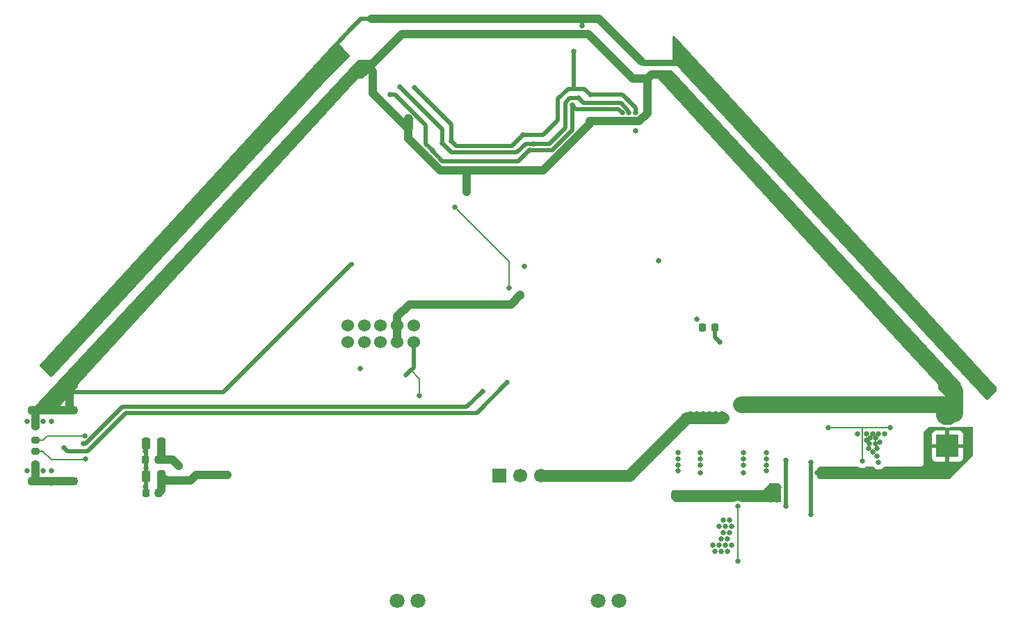
<source format=gbr>
%TF.GenerationSoftware,KiCad,Pcbnew,8.0.1*%
%TF.CreationDate,2024-07-21T18:11:55+02:00*%
%TF.ProjectId,LineFollower_V2,4c696e65-466f-46c6-9c6f-7765725f5632,rev?*%
%TF.SameCoordinates,Original*%
%TF.FileFunction,Copper,L4,Bot*%
%TF.FilePolarity,Positive*%
%FSLAX46Y46*%
G04 Gerber Fmt 4.6, Leading zero omitted, Abs format (unit mm)*
G04 Created by KiCad (PCBNEW 8.0.1) date 2024-07-21 18:11:55*
%MOMM*%
%LPD*%
G01*
G04 APERTURE LIST*
G04 Aperture macros list*
%AMRoundRect*
0 Rectangle with rounded corners*
0 $1 Rounding radius*
0 $2 $3 $4 $5 $6 $7 $8 $9 X,Y pos of 4 corners*
0 Add a 4 corners polygon primitive as box body*
4,1,4,$2,$3,$4,$5,$6,$7,$8,$9,$2,$3,0*
0 Add four circle primitives for the rounded corners*
1,1,$1+$1,$2,$3*
1,1,$1+$1,$4,$5*
1,1,$1+$1,$6,$7*
1,1,$1+$1,$8,$9*
0 Add four rect primitives between the rounded corners*
20,1,$1+$1,$2,$3,$4,$5,0*
20,1,$1+$1,$4,$5,$6,$7,0*
20,1,$1+$1,$6,$7,$8,$9,0*
20,1,$1+$1,$8,$9,$2,$3,0*%
G04 Aperture macros list end*
%TA.AperFunction,ComponentPad*%
%ADD10C,1.524000*%
%TD*%
%TA.AperFunction,ComponentPad*%
%ADD11C,1.800000*%
%TD*%
%TA.AperFunction,ComponentPad*%
%ADD12C,1.700000*%
%TD*%
%TA.AperFunction,ComponentPad*%
%ADD13R,1.700000X1.700000*%
%TD*%
%TA.AperFunction,ComponentPad*%
%ADD14O,1.800000X1.100000*%
%TD*%
%TA.AperFunction,ComponentPad*%
%ADD15O,2.100000X1.100000*%
%TD*%
%TA.AperFunction,ComponentPad*%
%ADD16C,2.800000*%
%TD*%
%TA.AperFunction,ComponentPad*%
%ADD17R,2.800000X2.800000*%
%TD*%
%TA.AperFunction,SMDPad,CuDef*%
%ADD18RoundRect,0.225000X0.225000X0.250000X-0.225000X0.250000X-0.225000X-0.250000X0.225000X-0.250000X0*%
%TD*%
%TA.AperFunction,SMDPad,CuDef*%
%ADD19RoundRect,0.200000X0.275000X-0.200000X0.275000X0.200000X-0.275000X0.200000X-0.275000X-0.200000X0*%
%TD*%
%TA.AperFunction,SMDPad,CuDef*%
%ADD20RoundRect,0.225000X-0.225000X-0.250000X0.225000X-0.250000X0.225000X0.250000X-0.225000X0.250000X0*%
%TD*%
%TA.AperFunction,SMDPad,CuDef*%
%ADD21RoundRect,0.200000X-0.275000X0.200000X-0.275000X-0.200000X0.275000X-0.200000X0.275000X0.200000X0*%
%TD*%
%TA.AperFunction,SMDPad,CuDef*%
%ADD22RoundRect,0.250000X0.250000X0.475000X-0.250000X0.475000X-0.250000X-0.475000X0.250000X-0.475000X0*%
%TD*%
%TA.AperFunction,ViaPad*%
%ADD23C,0.650000*%
%TD*%
%TA.AperFunction,ViaPad*%
%ADD24C,0.600000*%
%TD*%
%TA.AperFunction,Conductor*%
%ADD25C,1.000000*%
%TD*%
%TA.AperFunction,Conductor*%
%ADD26C,0.200000*%
%TD*%
%TA.AperFunction,Conductor*%
%ADD27C,2.000000*%
%TD*%
%TA.AperFunction,Conductor*%
%ADD28C,0.500000*%
%TD*%
%TA.AperFunction,Conductor*%
%ADD29C,1.400000*%
%TD*%
%TA.AperFunction,Conductor*%
%ADD30C,0.800000*%
%TD*%
G04 APERTURE END LIST*
D10*
%TO.P,U2,10,10*%
%TO.N,GND*%
X130502500Y-69000000D03*
%TO.P,U2,9,9*%
X130502500Y-70999000D03*
%TO.P,U2,8,8*%
%TO.N,3V3*%
X128498000Y-69000000D03*
%TO.P,U2,7,7*%
X128498000Y-70999000D03*
%TO.P,U2,6,6*%
%TO.N,SDA_R*%
X126499000Y-69000000D03*
%TO.P,U2,5,5*%
%TO.N,SCL_R*%
X126499000Y-70999000D03*
%TO.P,U2,4,4*%
%TO.N,SDA_L*%
X124500000Y-69000000D03*
%TO.P,U2,3,3*%
%TO.N,SCL_L*%
X124500000Y-70999000D03*
%TO.P,U2,2,2*%
%TO.N,unconnected-(U2-Pad2)*%
X122498500Y-69000000D03*
%TO.P,U2,1,1*%
%TO.N,unconnected-(U2-Pad1)*%
X122498500Y-70999000D03*
%TD*%
D11*
%TO.P,CN1,2,2*%
%TO.N,I_SENS_1_OUT*%
X128480000Y-102500000D03*
%TO.P,CN1,1,1*%
%TO.N,Net-(IC13-OUT2)*%
X131020000Y-102500000D03*
%TD*%
D12*
%TO.P,H1,3,3*%
%TO.N,3V3_SWITCHING_OUT*%
X146040000Y-87250000D03*
%TO.P,H1,2,2*%
%TO.N,3V3*%
X143500000Y-87250000D03*
D13*
%TO.P,H1,1,1*%
%TO.N,3V3_LDO_OUT*%
X140960000Y-87250000D03*
%TD*%
D14*
%TO.P,USB1,1,EH*%
%TO.N,GND*%
X84409250Y-87972499D03*
D15*
X88589250Y-87972499D03*
D14*
X84409250Y-79332499D03*
D15*
X88589250Y-79332499D03*
%TD*%
D16*
%TO.P,U1,2,2*%
%TO.N,GND*%
X195500000Y-79700000D03*
D17*
%TO.P,U1,1,1*%
%TO.N,VCC*%
X195500000Y-83660000D03*
%TD*%
D11*
%TO.P,CN2,2,2*%
%TO.N,I_SENS_2_OUT*%
X152980000Y-102500000D03*
%TO.P,CN2,1,1*%
%TO.N,Net-(IC14-OUT2)*%
X155520000Y-102500000D03*
%TD*%
D18*
%TO.P,C4,2,2*%
%TO.N,GND*%
X97946500Y-89383499D03*
%TO.P,C4,1,1*%
%TO.N,3V3_LDO_OUT*%
X99496500Y-89383499D03*
%TD*%
D19*
%TO.P,R1,2,2*%
%TO.N,Net-(USB1-CC2)*%
X84446500Y-84287499D03*
%TO.P,R1,1,1*%
%TO.N,GND*%
X84446500Y-85937499D03*
%TD*%
D20*
%TO.P,C7,2,2*%
%TO.N,ESP_BOOT0*%
X167200000Y-69200000D03*
%TO.P,C7,1,1*%
%TO.N,GND*%
X165650000Y-69200000D03*
%TD*%
D18*
%TO.P,C2,2,2*%
%TO.N,GND*%
X97875000Y-85325000D03*
%TO.P,C2,1,1*%
%TO.N,USB_VBUS*%
X99425000Y-85325000D03*
%TD*%
D21*
%TO.P,R2,2,2*%
%TO.N,Net-(USB1-CC1)*%
X84446500Y-82937499D03*
%TO.P,R2,1,1*%
%TO.N,GND*%
X84446500Y-81287499D03*
%TD*%
D22*
%TO.P,C1,2,2*%
%TO.N,GND*%
X97925000Y-83325000D03*
%TO.P,C1,1,1*%
%TO.N,USB_VBUS*%
X99825000Y-83325000D03*
%TD*%
%TO.P,C3,2,2*%
%TO.N,GND*%
X97925000Y-87325000D03*
%TO.P,C3,1,1*%
%TO.N,3V3_LDO_OUT*%
X99825000Y-87325000D03*
%TD*%
D23*
%TO.N,GND*%
X160299613Y-61100387D03*
X124000000Y-74250000D03*
D24*
%TO.N,USB_VBUS*%
X101375000Y-85575000D03*
D23*
X101875000Y-86075000D03*
X101375000Y-85575000D03*
%TO.N,GND*%
X91000000Y-73400000D03*
X129900000Y-43700000D03*
X187250000Y-66750000D03*
X105800000Y-57600000D03*
X186755000Y-82667500D03*
X173450000Y-84450000D03*
X173450000Y-86700000D03*
X97946500Y-86358499D03*
X170700000Y-85200000D03*
X84446500Y-80652499D03*
X166950000Y-95700000D03*
X140750000Y-33500000D03*
X162700000Y-85950000D03*
X187130000Y-85667500D03*
X185630000Y-82167500D03*
X83446500Y-80652499D03*
X165450000Y-85200000D03*
X168450000Y-95700000D03*
X186380000Y-84417500D03*
X170700000Y-85950000D03*
X168200000Y-92700000D03*
X168950000Y-94200000D03*
X165450000Y-85950000D03*
X167700000Y-93450000D03*
X186880000Y-84917500D03*
X97875000Y-84325000D03*
X97875000Y-88575000D03*
X120400000Y-41800000D03*
X167200000Y-96450000D03*
X170700000Y-84450000D03*
X168700000Y-96450000D03*
X165450000Y-84450000D03*
X162700000Y-85200000D03*
X185980000Y-83346602D03*
X186710225Y-83346602D03*
X165000000Y-43000000D03*
X86446500Y-86652499D03*
X162700000Y-84450000D03*
X145250000Y-33500000D03*
X186380000Y-82167500D03*
X172250000Y-50750000D03*
X137000000Y-52700000D03*
X184541320Y-82184975D03*
X86446500Y-88152499D03*
X186054997Y-82667500D03*
D24*
X122958966Y-61558966D03*
D23*
X98400000Y-65400000D03*
X85446500Y-80652499D03*
X179750000Y-58750000D03*
X86446500Y-79152499D03*
X173450000Y-85200000D03*
X86446500Y-80652499D03*
X187130000Y-82167500D03*
X134600000Y-50100000D03*
X169200000Y-93450000D03*
X187880000Y-82167500D03*
X167950000Y-94950000D03*
X167700000Y-95700000D03*
X168200000Y-94200000D03*
X162700000Y-86700000D03*
X185880000Y-83917500D03*
X147067500Y-49475000D03*
X113200000Y-49800000D03*
X186880000Y-83917500D03*
X168950000Y-92700000D03*
X169200000Y-95700000D03*
X136250000Y-33500000D03*
X151750000Y-33500000D03*
X194250000Y-74500000D03*
X187255000Y-83167500D03*
X185630000Y-82917500D03*
X165450000Y-86950000D03*
X170700000Y-86950000D03*
X131250000Y-77500000D03*
X151950000Y-44050000D03*
X168450000Y-93450000D03*
X84446500Y-86652499D03*
X167950000Y-96450000D03*
X83446500Y-86652499D03*
X168700000Y-94950000D03*
X173450000Y-85950000D03*
X165000000Y-68200000D03*
X85446500Y-86652499D03*
%TO.N,3V3*%
X135100000Y-46500000D03*
X144000000Y-61813500D03*
X130600000Y-40000000D03*
X150000000Y-35600000D03*
X152000000Y-40900000D03*
X157500006Y-43100000D03*
X157500000Y-45300000D03*
X143800000Y-45800000D03*
%TO.N,ESP_BOOT0*%
X167750000Y-71000000D03*
%TO.N,VCC*%
X192880000Y-86917500D03*
X163950000Y-89675000D03*
X181130000Y-86917500D03*
X183630000Y-86917500D03*
X173950000Y-89450000D03*
X180380000Y-86917500D03*
X174950000Y-88700000D03*
X174200000Y-88700000D03*
X193380000Y-86917500D03*
X171450000Y-89950000D03*
X174700000Y-90200000D03*
X174700000Y-89450000D03*
X173950000Y-90200000D03*
X163200000Y-89700000D03*
X162400000Y-89700000D03*
X192380000Y-86917500D03*
X190380000Y-86917500D03*
X164950000Y-89700000D03*
X179630000Y-86917500D03*
%TO.N,3V3_SWITCHING_OUT*%
X168000000Y-79750000D03*
X167250000Y-79750000D03*
X167000000Y-80500000D03*
X164250000Y-79750000D03*
X166500000Y-79750000D03*
X165000000Y-79750000D03*
X175800000Y-91000000D03*
X164750000Y-80500000D03*
X165750000Y-79750000D03*
X166250000Y-80500000D03*
X167750000Y-80500000D03*
X165500000Y-80500000D03*
X175800000Y-85400000D03*
%TO.N,+5V*%
X178880000Y-85667500D03*
X94600000Y-64600000D03*
X109200000Y-48800000D03*
X199089968Y-75738187D03*
X180800000Y-55200000D03*
X188200000Y-63200000D03*
X116600000Y-41000000D03*
X166000000Y-39400000D03*
X195200000Y-70800000D03*
X200600001Y-76600000D03*
X151000000Y-32500000D03*
X200005212Y-76969094D03*
X199625890Y-76274110D03*
X87400000Y-72200000D03*
X102000000Y-56600000D03*
X178880000Y-92000000D03*
X173400000Y-47200000D03*
%TO.N,PG_3V3*%
X169950000Y-90950000D03*
X169950000Y-97700000D03*
%TO.N,PG_5V*%
X181005000Y-81417500D03*
X185130000Y-85517500D03*
X188505000Y-81417500D03*
%TO.N,CLK_Shift*%
X132787280Y-47761250D03*
X149800000Y-42100000D03*
X127670858Y-40829142D03*
X144700000Y-47600000D03*
X155900000Y-43100000D03*
%TO.N,LOAD_Shift*%
X156700003Y-43100000D03*
X128800000Y-39900000D03*
X145100000Y-46900000D03*
X134000000Y-46800000D03*
X150600000Y-41300000D03*
%TO.N,Shift_DATA*%
X135500000Y-54600000D03*
X142100000Y-64400000D03*
%TO.N,Net-(USB1-CC2)*%
X90596500Y-85252499D03*
%TO.N,Net-(USB1-CC1)*%
X90446500Y-82452499D03*
%TO.N,USB_D-*%
X90313750Y-83352499D03*
X138900000Y-77000000D03*
%TO.N,USB_D+*%
X141900000Y-75900000D03*
X87946500Y-83902499D03*
%TD*%
D25*
%TO.N,USB_VBUS*%
X99825000Y-83325000D02*
X99825000Y-84925000D01*
X99425000Y-85325000D02*
X101125000Y-85325000D01*
X99825000Y-84925000D02*
X99425000Y-85325000D01*
X101125000Y-85325000D02*
X101375000Y-85575000D01*
X101375000Y-85575000D02*
X101875000Y-86075000D01*
D26*
%TO.N,GND*%
X160299613Y-61100387D02*
X160453836Y-61100387D01*
D27*
X170400000Y-78600000D02*
X195300000Y-78600000D01*
D25*
X84409250Y-87972499D02*
X86266500Y-87972499D01*
X134600000Y-50100000D02*
X137000000Y-50100000D01*
D28*
X97946500Y-86553500D02*
X97900000Y-86600000D01*
D25*
X125500000Y-40700000D02*
X129828249Y-45028249D01*
X129828249Y-45028249D02*
X129828249Y-46216433D01*
D28*
X97946500Y-86358499D02*
X97946500Y-86553500D01*
D25*
X158982676Y-43117324D02*
X158982676Y-38917324D01*
X129900000Y-43843502D02*
X129828249Y-43771751D01*
X86266500Y-79332499D02*
X84409250Y-79332499D01*
X151950000Y-44050000D02*
X152000000Y-44100000D01*
D28*
X97946500Y-84358499D02*
X97946500Y-83346500D01*
D25*
X124900000Y-37500000D02*
X125500000Y-38100000D01*
X146243502Y-50100000D02*
X151950000Y-44393502D01*
D28*
X97946500Y-86358499D02*
X97946500Y-84408499D01*
X129500000Y-75100000D02*
X130175000Y-74425000D01*
D25*
X86626500Y-87972499D02*
X88589250Y-87972499D01*
X152000000Y-44100000D02*
X158000000Y-44100000D01*
X151750000Y-33500000D02*
X129090520Y-33500000D01*
D26*
X131250000Y-75500000D02*
X130175000Y-74425000D01*
D28*
X97900000Y-86550000D02*
X97946500Y-86503500D01*
D25*
X129090520Y-33500000D02*
X124400000Y-38190520D01*
D26*
X131250000Y-77500000D02*
X131250000Y-75500000D01*
D25*
X84446500Y-79369749D02*
X84409250Y-79332499D01*
D28*
X97900000Y-88550000D02*
X97875000Y-88575000D01*
D25*
X137000000Y-52700000D02*
X137000000Y-50100000D01*
D28*
X122947220Y-61547220D02*
X122958966Y-61558966D01*
D25*
X125500000Y-38100000D02*
X125500000Y-40700000D01*
D28*
X97900000Y-89611999D02*
X97921500Y-89633499D01*
D25*
X129828249Y-45028249D02*
X129900000Y-44956498D01*
X88589250Y-77283870D02*
X88736560Y-77136560D01*
D28*
X97875000Y-88575000D02*
X97900000Y-88600000D01*
D25*
X84446500Y-85937499D02*
X84446500Y-86652499D01*
X157167324Y-38917324D02*
X158982676Y-38917324D01*
D28*
X88736560Y-77136560D02*
X107310660Y-77136560D01*
D25*
X158000000Y-44100000D02*
X158982676Y-43117324D01*
D28*
X122947220Y-61500000D02*
X122947220Y-61547220D01*
X97946500Y-89383499D02*
X97946500Y-88658499D01*
D25*
X158982676Y-38917324D02*
X159514390Y-38385610D01*
X133711816Y-50100000D02*
X134600000Y-50100000D01*
D27*
X196400000Y-79700000D02*
X196400000Y-76900000D01*
D25*
X88589250Y-79332499D02*
X86626500Y-79332499D01*
X84446500Y-80652499D02*
X84446500Y-79369749D01*
X129900000Y-44956498D02*
X129900000Y-43843502D01*
X137000000Y-50100000D02*
X146243502Y-50100000D01*
D28*
X97900000Y-84300000D02*
X97875000Y-84325000D01*
D25*
X86626500Y-79332499D02*
X86446500Y-79152499D01*
D28*
X97946500Y-88608499D02*
X97946500Y-86408499D01*
D25*
X151750000Y-33500000D02*
X157167324Y-38917324D01*
X151950000Y-44393502D02*
X151950000Y-44050000D01*
X129828249Y-46216433D02*
X133711816Y-50100000D01*
D28*
X130502500Y-74097500D02*
X130502500Y-70999000D01*
D25*
X88589250Y-79332499D02*
X88589250Y-77283870D01*
X86446500Y-79152499D02*
X86266500Y-79332499D01*
D27*
X195300000Y-78600000D02*
X196400000Y-79700000D01*
D28*
X130175000Y-74425000D02*
X130502500Y-74097500D01*
X107310660Y-77136560D02*
X122947220Y-61500000D01*
D25*
X84446500Y-81287499D02*
X84446500Y-80652499D01*
X159514390Y-38385610D02*
X161085610Y-38385610D01*
D28*
X97946500Y-86503500D02*
X97946500Y-86358499D01*
X97875000Y-84325000D02*
X97900000Y-84350000D01*
D25*
X84446500Y-86652499D02*
X84446500Y-87935249D01*
%TO.N,3V3_LDO_OUT*%
X103333999Y-87865000D02*
X100365000Y-87865000D01*
X100365000Y-87865000D02*
X99825000Y-87325000D01*
X99825000Y-87325000D02*
X99825000Y-89054999D01*
X107802499Y-87142499D02*
X104056500Y-87142499D01*
X104056500Y-87142499D02*
X103333999Y-87865000D01*
X99825000Y-89054999D02*
X99496500Y-89383499D01*
D28*
%TO.N,3V3*%
X146300000Y-45800000D02*
X148100000Y-44000000D01*
D25*
X143500000Y-65250000D02*
X143525000Y-65275000D01*
D28*
X148100000Y-41400000D02*
X149300000Y-40200000D01*
X157500006Y-43100000D02*
X157500006Y-42439345D01*
D25*
X130000000Y-66400000D02*
X128498000Y-67902000D01*
X143525000Y-65275000D02*
X142400000Y-66400000D01*
D28*
X135100000Y-44500000D02*
X135100000Y-46500000D01*
D25*
X143500000Y-65300000D02*
X143525000Y-65275000D01*
D28*
X135700000Y-47100000D02*
X142500000Y-47100000D01*
X149300000Y-40200000D02*
X150000000Y-40200000D01*
X148100000Y-44000000D02*
X148100000Y-41400000D01*
X151300000Y-40200000D02*
X152000000Y-40900000D01*
X130600000Y-40000000D02*
X135100000Y-44500000D01*
X150000000Y-40200000D02*
X151300000Y-40200000D01*
D25*
X142400000Y-66400000D02*
X130000000Y-66400000D01*
D28*
X135100000Y-46500000D02*
X135700000Y-47100000D01*
X143800000Y-45800000D02*
X146300000Y-45800000D01*
X150000000Y-40200000D02*
X150000000Y-35600000D01*
X157500006Y-42439345D02*
X155960661Y-40900000D01*
X142500000Y-47100000D02*
X143800000Y-45800000D01*
D25*
X128498000Y-67902000D02*
X128498000Y-70999000D01*
D28*
X155960661Y-40900000D02*
X152000000Y-40900000D01*
%TO.N,ESP_BOOT0*%
X167200000Y-70450000D02*
X167750000Y-71000000D01*
X167200000Y-69200000D02*
X167200000Y-70450000D01*
D29*
%TO.N,3V3_SWITCHING_OUT*%
X156750000Y-87250000D02*
X163750000Y-80250000D01*
D28*
X175800000Y-85400000D02*
X175800000Y-91000000D01*
D29*
X163750000Y-80250000D02*
X168250000Y-80250000D01*
X146040000Y-87250000D02*
X156750000Y-87250000D01*
D25*
%TO.N,+5V*%
X158250000Y-36835972D02*
X153014028Y-31600000D01*
D28*
X151000000Y-31600000D02*
X151000000Y-32500000D01*
D25*
X151000000Y-31600000D02*
X125400000Y-31600000D01*
D28*
X124009904Y-31707191D02*
X122851544Y-32865551D01*
X178880000Y-92000000D02*
X178880000Y-85667500D01*
D30*
X158414028Y-37000000D02*
X162800000Y-37000000D01*
X162800000Y-37000000D02*
X162964028Y-36835972D01*
D28*
X124009904Y-31600000D02*
X124009904Y-31707191D01*
X125400000Y-31600000D02*
X124009904Y-31600000D01*
D30*
X158250000Y-36835972D02*
X158414028Y-37000000D01*
D28*
X122851544Y-32865551D02*
X120662478Y-35257187D01*
D25*
X153014028Y-31600000D02*
X151000000Y-31600000D01*
D28*
X120662478Y-35257187D02*
X120662477Y-35257188D01*
D26*
%TO.N,PG_3V3*%
X169950000Y-97700000D02*
X169950000Y-90950000D01*
%TO.N,PG_5V*%
X188505000Y-81417500D02*
X181005000Y-81417500D01*
X185130000Y-85517500D02*
X185130000Y-82444824D01*
X185130000Y-81925126D02*
X185130000Y-81417500D01*
X185141320Y-81936446D02*
X185130000Y-81925126D01*
X185130000Y-82444824D02*
X185141320Y-82433504D01*
X185141320Y-82433504D02*
X185141320Y-81936446D01*
X185130000Y-81417500D02*
X185380000Y-81417500D01*
D28*
%TO.N,CLK_Shift*%
X132000000Y-44600000D02*
X132000000Y-46860661D01*
X132787280Y-47647941D02*
X132787280Y-47761250D01*
X155400000Y-42600000D02*
X155900000Y-43100000D01*
X134026030Y-49000000D02*
X143200000Y-49000000D01*
X149800000Y-42100000D02*
X150300000Y-42600000D01*
X147350000Y-47650000D02*
X149800000Y-45200000D01*
X150300000Y-42600000D02*
X155400000Y-42600000D01*
X144550000Y-47650000D02*
X147350000Y-47650000D01*
X132000000Y-46860661D02*
X132787280Y-47647941D01*
X127670858Y-40829142D02*
X128229142Y-40829142D01*
X149800000Y-45200000D02*
X149800000Y-42100000D01*
X132787280Y-47761250D02*
X134026030Y-49000000D01*
X143200000Y-49000000D02*
X144550000Y-47650000D01*
X128229142Y-40829142D02*
X132000000Y-44600000D01*
%TO.N,LOAD_Shift*%
X151200000Y-41900000D02*
X150600000Y-41300000D01*
X149000000Y-44900000D02*
X149000000Y-41839339D01*
X143100000Y-47900000D02*
X144150000Y-46850000D01*
X156700003Y-43100000D02*
X156650000Y-43049997D01*
X145050000Y-46850000D02*
X145100000Y-46900000D01*
X149000000Y-41839339D02*
X149539339Y-41300000D01*
X134000000Y-46800000D02*
X135100000Y-47900000D01*
X145100000Y-46900000D02*
X147000000Y-46900000D01*
X147000000Y-46900000D02*
X149000000Y-44900000D01*
X156650000Y-43049997D02*
X156650000Y-42789339D01*
X134000000Y-45100000D02*
X134000000Y-46800000D01*
X155760661Y-41900000D02*
X151200000Y-41900000D01*
X135100000Y-47900000D02*
X143100000Y-47900000D01*
X156650000Y-42789339D02*
X155760661Y-41900000D01*
X128800000Y-39900000D02*
X134000000Y-45100000D01*
X144150000Y-46850000D02*
X145050000Y-46850000D01*
X149539339Y-41300000D02*
X150600000Y-41300000D01*
D26*
%TO.N,Shift_DATA*%
X142100000Y-61200000D02*
X142100000Y-64400000D01*
X135500000Y-54600000D02*
X142100000Y-61200000D01*
%TO.N,Net-(USB1-CC2)*%
X90596500Y-85302499D02*
X90546500Y-85352499D01*
X90546500Y-85352499D02*
X86396500Y-85352499D01*
X86396500Y-85352499D02*
X85331500Y-84287499D01*
X90546500Y-85352499D02*
X90446500Y-85352499D01*
X90596500Y-85252499D02*
X90596500Y-85302499D01*
X85331500Y-84287499D02*
X84446500Y-84287499D01*
%TO.N,Net-(USB1-CC1)*%
X85411500Y-82937499D02*
X84446500Y-82937499D01*
X90446500Y-82402499D02*
X90446500Y-82452499D01*
X85946500Y-82402499D02*
X85411500Y-82937499D01*
X90446500Y-82452499D02*
X85946500Y-82402499D01*
D28*
%TO.N,USB_D-*%
X95059660Y-78900000D02*
X137000000Y-78900000D01*
X137000000Y-78900000D02*
X138900000Y-77000000D01*
X90607161Y-83352499D02*
X95059660Y-78900000D01*
X90313750Y-83352499D02*
X90607161Y-83352499D01*
%TO.N,USB_D+*%
X138200000Y-79600000D02*
X141900000Y-75900000D01*
X87946500Y-83902499D02*
X88344001Y-84300000D01*
X88344001Y-84300000D02*
X90800000Y-84300000D01*
X95500000Y-79600000D02*
X138200000Y-79600000D01*
X90800000Y-84300000D02*
X95500000Y-79600000D01*
%TD*%
%TA.AperFunction,Conductor*%
%TO.N,VCC*%
G36*
X194935739Y-81305508D02*
G01*
X195120542Y-81362513D01*
X195372565Y-81400500D01*
X195627435Y-81400500D01*
X195879458Y-81362513D01*
X196064260Y-81305508D01*
X196100810Y-81300000D01*
X198476000Y-81300000D01*
X198543039Y-81319685D01*
X198588794Y-81372489D01*
X198600000Y-81424000D01*
X198600000Y-84748638D01*
X198580315Y-84815677D01*
X198563681Y-84836319D01*
X195736319Y-87663681D01*
X195674996Y-87697166D01*
X195648638Y-87700000D01*
X192283862Y-87700000D01*
X192216823Y-87680315D01*
X192200920Y-87667500D01*
X192200000Y-87667500D01*
X192200000Y-86300000D01*
X192600000Y-85900000D01*
X192600000Y-85107844D01*
X193600000Y-85107844D01*
X193606401Y-85167372D01*
X193606403Y-85167379D01*
X193656645Y-85302086D01*
X193656649Y-85302093D01*
X193742809Y-85417187D01*
X193742812Y-85417190D01*
X193857906Y-85503350D01*
X193857913Y-85503354D01*
X193992620Y-85553596D01*
X193992627Y-85553598D01*
X194052155Y-85559999D01*
X194052172Y-85560000D01*
X195250000Y-85560000D01*
X195250000Y-84527904D01*
X195411358Y-84560000D01*
X195588642Y-84560000D01*
X195750000Y-84527904D01*
X195750000Y-85560000D01*
X196947828Y-85560000D01*
X196947844Y-85559999D01*
X197007372Y-85553598D01*
X197007379Y-85553596D01*
X197142086Y-85503354D01*
X197142093Y-85503350D01*
X197257187Y-85417190D01*
X197257190Y-85417187D01*
X197343350Y-85302093D01*
X197343354Y-85302086D01*
X197393596Y-85167379D01*
X197393598Y-85167372D01*
X197399999Y-85107844D01*
X197400000Y-85107827D01*
X197400000Y-83910000D01*
X196367904Y-83910000D01*
X196400000Y-83748642D01*
X196400000Y-83571358D01*
X196367904Y-83410000D01*
X197400000Y-83410000D01*
X197400000Y-82212172D01*
X197399999Y-82212155D01*
X197393598Y-82152627D01*
X197393596Y-82152620D01*
X197343354Y-82017913D01*
X197343350Y-82017906D01*
X197257190Y-81902812D01*
X197257187Y-81902809D01*
X197142093Y-81816649D01*
X197142086Y-81816645D01*
X197007379Y-81766403D01*
X197007372Y-81766401D01*
X196947844Y-81760000D01*
X195750000Y-81760000D01*
X195750000Y-82792095D01*
X195588642Y-82760000D01*
X195411358Y-82760000D01*
X195250000Y-82792095D01*
X195250000Y-81760000D01*
X194052155Y-81760000D01*
X193992627Y-81766401D01*
X193992620Y-81766403D01*
X193857913Y-81816645D01*
X193857906Y-81816649D01*
X193742812Y-81902809D01*
X193742809Y-81902812D01*
X193656649Y-82017906D01*
X193656645Y-82017913D01*
X193606403Y-82152620D01*
X193606401Y-82152627D01*
X193600000Y-82212155D01*
X193600000Y-83410000D01*
X194632096Y-83410000D01*
X194600000Y-83571358D01*
X194600000Y-83748642D01*
X194632096Y-83910000D01*
X193600000Y-83910000D01*
X193600000Y-85107844D01*
X192600000Y-85107844D01*
X192600000Y-81951362D01*
X192619685Y-81884323D01*
X192636319Y-81863681D01*
X193163681Y-81336319D01*
X193225004Y-81302834D01*
X193251362Y-81300000D01*
X194899190Y-81300000D01*
X194935739Y-81305508D01*
G37*
%TD.AperFunction*%
%TD*%
%TA.AperFunction,Conductor*%
%TO.N,GND*%
G36*
X125543039Y-36619685D02*
G01*
X125588794Y-36672489D01*
X125600000Y-36724000D01*
X125600000Y-37551391D01*
X125580315Y-37618430D01*
X125566966Y-37635659D01*
X124380230Y-38916724D01*
X124320231Y-38952527D01*
X124250400Y-38950208D01*
X124227265Y-38939844D01*
X124193186Y-38920168D01*
X124193183Y-38920167D01*
X124185673Y-38917056D01*
X124185700Y-38916989D01*
X124180049Y-38914794D01*
X124180025Y-38914863D01*
X124172388Y-38912087D01*
X124121523Y-38900840D01*
X124116207Y-38899541D01*
X124096195Y-38894179D01*
X124065892Y-38886060D01*
X124065890Y-38886060D01*
X124057831Y-38884999D01*
X124057840Y-38884926D01*
X124051816Y-38884268D01*
X124051810Y-38884342D01*
X124043717Y-38883638D01*
X124043716Y-38883638D01*
X124043714Y-38883638D01*
X123991682Y-38885939D01*
X123986204Y-38886060D01*
X123934105Y-38886060D01*
X123926052Y-38887120D01*
X123926042Y-38887048D01*
X123920055Y-38887971D01*
X123920068Y-38888043D01*
X123912059Y-38889460D01*
X123862370Y-38905156D01*
X123857131Y-38906684D01*
X123842216Y-38910681D01*
X123806814Y-38920167D01*
X123799308Y-38923277D01*
X123799280Y-38923211D01*
X123793731Y-38925655D01*
X123793761Y-38925719D01*
X123786397Y-38929158D01*
X123742476Y-38957172D01*
X123737800Y-38960012D01*
X123692686Y-38986060D01*
X123692684Y-38986061D01*
X123692682Y-38986063D01*
X123686236Y-38991009D01*
X123686193Y-38990953D01*
X123681465Y-38994750D01*
X123681511Y-38994805D01*
X123675292Y-39000028D01*
X123640127Y-39038447D01*
X123636341Y-39042403D01*
X123599501Y-39079242D01*
X123594555Y-39085690D01*
X123594497Y-39085646D01*
X123584743Y-39098955D01*
X89773992Y-76038455D01*
X89770206Y-76042412D01*
X89733377Y-76079242D01*
X89728428Y-76085692D01*
X89728371Y-76085648D01*
X89724786Y-76090541D01*
X89724845Y-76090582D01*
X89720184Y-76097246D01*
X89696152Y-76143473D01*
X89693520Y-76148275D01*
X89667478Y-76193380D01*
X89664370Y-76200885D01*
X89664304Y-76200857D01*
X89662110Y-76206505D01*
X89662177Y-76206530D01*
X89659402Y-76214167D01*
X89648151Y-76265047D01*
X89646852Y-76270363D01*
X89633374Y-76320668D01*
X89632313Y-76328729D01*
X89632240Y-76328719D01*
X89631583Y-76334739D01*
X89631655Y-76334746D01*
X89630951Y-76342838D01*
X89632263Y-76372493D01*
X89615559Y-76440337D01*
X89599350Y-76462239D01*
X86635200Y-79662001D01*
X86575201Y-79697804D01*
X86548232Y-79701669D01*
X83798165Y-79790381D01*
X83730526Y-79772868D01*
X83683092Y-79721566D01*
X83670924Y-79652764D01*
X83697885Y-79588306D01*
X83703476Y-79581881D01*
X123763231Y-36639415D01*
X123823355Y-36603822D01*
X123853903Y-36600000D01*
X125476000Y-36600000D01*
X125543039Y-36619685D01*
G37*
%TD.AperFunction*%
%TD*%
%TA.AperFunction,Conductor*%
%TO.N,+5V*%
G36*
X121182097Y-34427310D02*
G01*
X121236107Y-34462341D01*
X122721299Y-36112554D01*
X122751515Y-36175553D01*
X122742875Y-36244886D01*
X122716812Y-36283187D01*
X120399998Y-38600001D01*
X86542149Y-75212557D01*
X86482181Y-75248412D01*
X86412348Y-75246154D01*
X86367621Y-75220050D01*
X85029810Y-74001788D01*
X84993497Y-73942096D01*
X84995220Y-73872248D01*
X85021826Y-73826389D01*
X121052474Y-34461568D01*
X121112254Y-34425410D01*
X121182097Y-34427310D01*
G37*
%TD.AperFunction*%
%TD*%
%TA.AperFunction,Conductor*%
%TO.N,+5V*%
G36*
X162259902Y-33710950D02*
G01*
X162267183Y-33718269D01*
X167122966Y-39023392D01*
X201466969Y-76545490D01*
X201497712Y-76608232D01*
X201499500Y-76629211D01*
X201499500Y-76909918D01*
X201479815Y-76976957D01*
X201458989Y-77001600D01*
X200355527Y-78006455D01*
X200292707Y-78037038D01*
X200223324Y-78028803D01*
X200181089Y-77999060D01*
X199256696Y-77001600D01*
X162033051Y-36835663D01*
X162001920Y-36773112D01*
X162000000Y-36751376D01*
X162000000Y-35401994D01*
X162000065Y-35397988D01*
X162051779Y-33797983D01*
X162073619Y-33731617D01*
X162127873Y-33687591D01*
X162197317Y-33679887D01*
X162259902Y-33710950D01*
G37*
%TD.AperFunction*%
%TD*%
%TA.AperFunction,Conductor*%
%TO.N,GND*%
G36*
X161905686Y-37920185D02*
G01*
X161929708Y-37940334D01*
X197111854Y-76004633D01*
X197142902Y-76067225D01*
X197135181Y-76136667D01*
X197100666Y-76183648D01*
X195391400Y-77623031D01*
X195327441Y-77651157D01*
X195258430Y-77640239D01*
X195219700Y-77611511D01*
X194366777Y-76671604D01*
X194336304Y-76608732D01*
X194338829Y-76556188D01*
X194346007Y-76529398D01*
X194347522Y-76524207D01*
X194363226Y-76474500D01*
X194363226Y-76474493D01*
X194364642Y-76466494D01*
X194364716Y-76466507D01*
X194365639Y-76460519D01*
X194365565Y-76460510D01*
X194366626Y-76452453D01*
X194366626Y-76400354D01*
X194366747Y-76394876D01*
X194369048Y-76342837D01*
X194368345Y-76334745D01*
X194368416Y-76334738D01*
X194367759Y-76328717D01*
X194367687Y-76328727D01*
X194366626Y-76320674D01*
X194366626Y-76320668D01*
X194353136Y-76270327D01*
X194351851Y-76265071D01*
X194340597Y-76214167D01*
X194340596Y-76214165D01*
X194337822Y-76206529D01*
X194337890Y-76206503D01*
X194335694Y-76200852D01*
X194335627Y-76200881D01*
X194332519Y-76193379D01*
X194332518Y-76193374D01*
X194306466Y-76148250D01*
X194303831Y-76143444D01*
X194279809Y-76097235D01*
X194275155Y-76090580D01*
X194275213Y-76090538D01*
X194271633Y-76085652D01*
X194271576Y-76085697D01*
X194266624Y-76079244D01*
X194229793Y-76042413D01*
X194226005Y-76038454D01*
X189923320Y-71337611D01*
X160415255Y-39098954D01*
X160405508Y-39085652D01*
X160405450Y-39085697D01*
X160400499Y-39079245D01*
X160363670Y-39042416D01*
X160359904Y-39038481D01*
X160324708Y-39000028D01*
X160324706Y-39000027D01*
X160324703Y-39000023D01*
X160318484Y-38994799D01*
X160318530Y-38994743D01*
X160313809Y-38990951D01*
X160313765Y-38991009D01*
X160307318Y-38986062D01*
X160295078Y-38978995D01*
X160262190Y-38960007D01*
X160257551Y-38957190D01*
X160213602Y-38929158D01*
X160213599Y-38929156D01*
X160206237Y-38925718D01*
X160206267Y-38925653D01*
X160200721Y-38923211D01*
X160200694Y-38923278D01*
X160193187Y-38920168D01*
X160142848Y-38906679D01*
X160137601Y-38905148D01*
X160110418Y-38896560D01*
X160055946Y-38861651D01*
X160032169Y-38835450D01*
X160001699Y-38772579D01*
X160000000Y-38752125D01*
X160000000Y-38024500D01*
X160019685Y-37957461D01*
X160072489Y-37911706D01*
X160124000Y-37900500D01*
X161838647Y-37900500D01*
X161905686Y-37920185D01*
G37*
%TD.AperFunction*%
%TD*%
%TA.AperFunction,Conductor*%
%TO.N,VCC*%
G36*
X175015677Y-88219685D02*
G01*
X175036319Y-88236319D01*
X175213181Y-88413181D01*
X175246666Y-88474504D01*
X175249500Y-88500862D01*
X175249500Y-90299138D01*
X175229815Y-90366177D01*
X175213181Y-90386819D01*
X175136319Y-90463681D01*
X175074996Y-90497166D01*
X175048638Y-90500000D01*
X170432346Y-90500000D01*
X170365307Y-90480315D01*
X170350123Y-90468819D01*
X170307934Y-90431443D01*
X170173434Y-90360852D01*
X170173433Y-90360851D01*
X170173432Y-90360851D01*
X170025950Y-90324500D01*
X170025949Y-90324500D01*
X169874051Y-90324500D01*
X169874050Y-90324500D01*
X169726567Y-90360851D01*
X169592067Y-90431442D01*
X169592066Y-90431443D01*
X169549879Y-90468816D01*
X169486648Y-90498537D01*
X169467654Y-90500000D01*
X162359598Y-90500000D01*
X162292559Y-90480315D01*
X162262770Y-90453462D01*
X161927172Y-90033965D01*
X161900664Y-89969319D01*
X161900000Y-89956503D01*
X161900000Y-89251362D01*
X161919685Y-89184323D01*
X161936319Y-89163681D01*
X162063681Y-89036319D01*
X162125004Y-89002834D01*
X162151362Y-89000000D01*
X173000000Y-89000000D01*
X173763681Y-88236319D01*
X173825004Y-88202834D01*
X173851362Y-88200000D01*
X174948638Y-88200000D01*
X175015677Y-88219685D01*
G37*
%TD.AperFunction*%
%TD*%
%TA.AperFunction,Conductor*%
%TO.N,VCC*%
G36*
X184646972Y-86187185D02*
G01*
X184652819Y-86191182D01*
X184714976Y-86236342D01*
X184873495Y-86306920D01*
X184873501Y-86306922D01*
X185043236Y-86343000D01*
X185043237Y-86343000D01*
X185216762Y-86343000D01*
X185216764Y-86343000D01*
X185386499Y-86306922D01*
X185386501Y-86306920D01*
X185386504Y-86306920D01*
X185439899Y-86283146D01*
X185545024Y-86236342D01*
X185607181Y-86191181D01*
X185672988Y-86167702D01*
X185680067Y-86167500D01*
X186414175Y-86167500D01*
X186481214Y-86187185D01*
X186506319Y-86208522D01*
X186574590Y-86284345D01*
X186707184Y-86380681D01*
X186714976Y-86386342D01*
X186873495Y-86456920D01*
X186873501Y-86456922D01*
X187043236Y-86493000D01*
X187043237Y-86493000D01*
X187216762Y-86493000D01*
X187216764Y-86493000D01*
X187386499Y-86456922D01*
X187386501Y-86456920D01*
X187386504Y-86456920D01*
X187511376Y-86401323D01*
X187545024Y-86386342D01*
X187685410Y-86284345D01*
X187753677Y-86208525D01*
X187813161Y-86171880D01*
X187845825Y-86167500D01*
X192332500Y-86167500D01*
X192200000Y-86300000D01*
X192200000Y-87667500D01*
X179931362Y-87667500D01*
X179864323Y-87647815D01*
X179843681Y-87631181D01*
X179666819Y-87454319D01*
X179633334Y-87392996D01*
X179630500Y-87366638D01*
X179630500Y-86468362D01*
X179650185Y-86401323D01*
X179666819Y-86380681D01*
X179843681Y-86203819D01*
X179905004Y-86170334D01*
X179931362Y-86167500D01*
X184579933Y-86167500D01*
X184646972Y-86187185D01*
G37*
%TD.AperFunction*%
%TD*%
M02*

</source>
